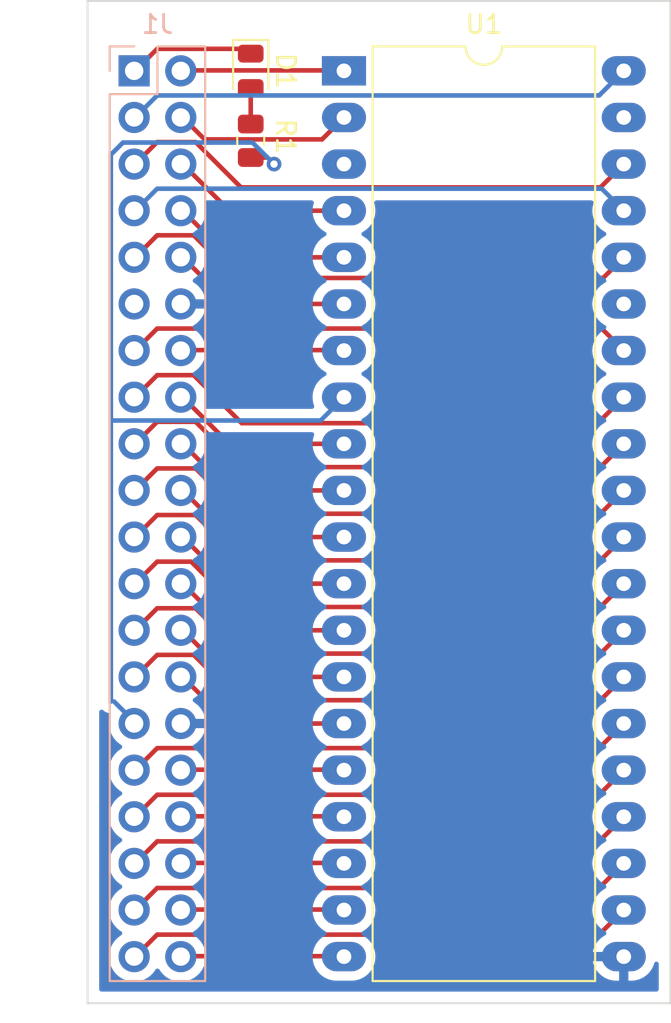
<source format=kicad_pcb>
(kicad_pcb (version 20211014) (generator pcbnew)
  (layers (0 "F.Cu" signal) (31 "B.Cu" signal) (34 "B.Paste" user) (35 "F.Paste" user) (36 "B.SilkS" user "B.Silkscreen") (37 "F.SilkS" user "F.Silkscreen") (38 "B.Mask" user) (39 "F.Mask" user) (44 "Edge.Cuts" user))
  (net 0 "")
  (net 1 "Net-(D1-Pad1)")
  (net 2 "Net-(D1-Pad2)")
  (net 3 "/VPB")
  (net 4 "/~{RESB}")
  (net 5 "/RDY")
  (net 6 "/~{SOB}")
  (net 7 "/~{IRQB}")
  (net 8 "/PHI2")
  (net 9 "/~{MLB}")
  (net 10 "/BE")
  (net 11 "/~{NMIB}")
  (net 12 "+5V")
  (net 13 "GND")
  (net 14 "/R~{WB}")
  (net 15 "/SYNC")
  (net 16 "/D0")
  (net 17 "/A0")
  (net 18 "/D1")
  (net 19 "/A1")
  (net 20 "/D2")
  (net 21 "/A2")
  (net 22 "/D3")
  (net 23 "/A3")
  (net 24 "/D4")
  (net 25 "/A4")
  (net 26 "/D5")
  (net 27 "/A5")
  (net 28 "/D6")
  (net 29 "/A6")
  (net 30 "+3V3")
  (net 31 "/D7")
  (net 32 "/A7")
  (net 33 "/A15")
  (net 34 "/A8")
  (net 35 "/A14")
  (net 36 "/A9")
  (net 37 "/A13")
  (net 38 "/A10")
  (net 39 "/A12")
  (net 40 "/A11")
  (footprint "Resistor_SMD:R_0805_2012Metric" (layer "F.Cu") (at 90.17 63.5 90)
    (fp_text reference "R1" (at 0.227064 1.905 270 unlocked) (layer "F.SilkS"))
    (fp_text value "100")
    (fp_line (start -0.227064 0.735) (end 0.227064 0.735) (layer "F.SilkS") (width 0.12))
    (fp_line (start -0.227064 -0.735) (end 0.227064 -0.735) (layer "F.SilkS") (width 0.12))
    (pad "1" smd roundrect (at -0.9125 0 90) (size 1.025 1.4) (layers "F.Cu" "F.Paste" "F.Mask") (roundrect_rratio 0.243902439) (net 30 "+3V3"))
    (pad "2" smd roundrect (at 0.9125 0 90) (size 1.025 1.4) (layers "F.Cu" "F.Paste" "F.Mask") (roundrect_rratio 0.243902439) (net 2 "Net-(D1-Pad2)"))
  )
  (footprint "Package_DIP:DIP-40_W15.24mm_LongPads" (layer "F.Cu") (at 95.25 59.69)
    (fp_text reference "U1" (at 7.62 -2.54) (layer "F.SilkS"))
    (fp_text value "W65C02S")
    (fp_line (start 13.68 49.59) (end 13.68 -1.33) (layer "F.SilkS") (width 0.12))
    (fp_line (start 13.68 -1.33) (end 8.62 -1.33) (layer "F.SilkS") (width 0.12))
    (fp_line (start 6.62 -1.33) (end 1.56 -1.33) (layer "F.SilkS") (width 0.12))
    (fp_line (start 1.56 -1.33) (end 1.56 49.59) (layer "F.SilkS") (width 0.12))
    (fp_line (start 1.56 49.59) (end 13.68 49.59) (layer "F.SilkS") (width 0.12))
    (fp_arc (start 8.62 -1.33) (mid 7.62 -0.33) (end 6.62 -1.33) (layer "F.SilkS") (width 0.12))
    (pad "1" thru_hole rect (at 0 0) (size 2.4 1.6) (drill 0.8) (layers *.Cu *.Mask) (net 3 "/VPB"))
    (pad "2" thru_hole oval (at 0 2.54) (size 2.4 1.6) (drill 0.8) (layers *.Cu *.Mask) (net 5 "/RDY"))
    (pad "3" thru_hole oval (at 0 5.08) (size 2.4 1.6) (drill 0.8) (layers *.Cu *.Mask))
    (pad "4" thru_hole oval (at 0 7.62) (size 2.4 1.6) (drill 0.8) (layers *.Cu *.Mask) (net 7 "/~{IRQB}"))
    (pad "5" thru_hole oval (at 0 10.16) (size 2.4 1.6) (drill 0.8) (layers *.Cu *.Mask) (net 9 "/~{MLB}"))
    (pad "6" thru_hole oval (at 0 12.7) (size 2.4 1.6) (drill 0.8) (layers *.Cu *.Mask) (net 11 "/~{NMIB}"))
    (pad "7" thru_hole oval (at 0 15.24) (size 2.4 1.6) (drill 0.8) (layers *.Cu *.Mask) (net 15 "/SYNC"))
    (pad "8" thru_hole oval (at 0 17.78) (size 2.4 1.6) (drill 0.8) (layers *.Cu *.Mask) (net 30 "+3V3"))
    (pad "9" thru_hole oval (at 0 20.32) (size 2.4 1.6) (drill 0.8) (layers *.Cu *.Mask) (net 17 "/A0"))
    (pad "10" thru_hole oval (at 0 22.86) (size 2.4 1.6) (drill 0.8) (layers *.Cu *.Mask) (net 19 "/A1"))
    (pad "11" thru_hole oval (at 0 25.4) (size 2.4 1.6) (drill 0.8) (layers *.Cu *.Mask) (net 21 "/A2"))
    (pad "12" thru_hole oval (at 0 27.94) (size 2.4 1.6) (drill 0.8) (layers *.Cu *.Mask) (net 23 "/A3"))
    (pad "13" thru_hole oval (at 0 30.48) (size 2.4 1.6) (drill 0.8) (layers *.Cu *.Mask) (net 25 "/A4"))
    (pad "14" thru_hole oval (at 0 33.02) (size 2.4 1.6) (drill 0.8) (layers *.Cu *.Mask) (net 27 "/A5"))
    (pad "15" thru_hole oval (at 0 35.56) (size 2.4 1.6) (drill 0.8) (layers *.Cu *.Mask) (net 29 "/A6"))
    (pad "16" thru_hole oval (at 0 38.1) (size 2.4 1.6) (drill 0.8) (layers *.Cu *.Mask) (net 32 "/A7"))
    (pad "17" thru_hole oval (at 0 40.64) (size 2.4 1.6) (drill 0.8) (layers *.Cu *.Mask) (net 34 "/A8"))
    (pad "18" thru_hole oval (at 0 43.18) (size 2.4 1.6) (drill 0.8) (layers *.Cu *.Mask) (net 36 "/A9"))
    (pad "19" thru_hole oval (at 0 45.72) (size 2.4 1.6) (drill 0.8) (layers *.Cu *.Mask) (net 38 "/A10"))
    (pad "20" thru_hole oval (at 0 48.26) (size 2.4 1.6) (drill 0.8) (layers *.Cu *.Mask) (net 40 "/A11"))
    (pad "21" thru_hole oval (at 15.24 48.26) (size 2.4 1.6) (drill 0.8) (layers *.Cu *.Mask) (net 13 "GND"))
    (pad "22" thru_hole oval (at 15.24 45.72) (size 2.4 1.6) (drill 0.8) (layers *.Cu *.Mask) (net 39 "/A12"))
    (pad "23" thru_hole oval (at 15.24 43.18) (size 2.4 1.6) (drill 0.8) (layers *.Cu *.Mask) (net 37 "/A13"))
    (pad "24" thru_hole oval (at 15.24 40.64) (size 2.4 1.6) (drill 0.8) (layers *.Cu *.Mask) (net 35 "/A14"))
    (pad "25" thru_hole oval (at 15.24 38.1) (size 2.4 1.6) (drill 0.8) (layers *.Cu *.Mask) (net 33 "/A15"))
    (pad "26" thru_hole oval (at 15.24 35.56) (size 2.4 1.6) (drill 0.8) (layers *.Cu *.Mask) (net 31 "/D7"))
    (pad "27" thru_hole oval (at 15.24 33.02) (size 2.4 1.6) (drill 0.8) (layers *.Cu *.Mask) (net 28 "/D6"))
    (pad "28" thru_hole oval (at 15.24 30.48) (size 2.4 1.6) (drill 0.8) (layers *.Cu *.Mask) (net 26 "/D5"))
    (pad "29" thru_hole oval (at 15.24 27.94) (size 2.4 1.6) (drill 0.8) (layers *.Cu *.Mask) (net 24 "/D4"))
    (pad "30" thru_hole oval (at 15.24 25.4) (size 2.4 1.6) (drill 0.8) (layers *.Cu *.Mask) (net 22 "/D3"))
    (pad "31" thru_hole oval (at 15.24 22.86) (size 2.4 1.6) (drill 0.8) (layers *.Cu *.Mask) (net 20 "/D2"))
    (pad "32" thru_hole oval (at 15.24 20.32) (size 2.4 1.6) (drill 0.8) (layers *.Cu *.Mask) (net 18 "/D1"))
    (pad "33" thru_hole oval (at 15.24 17.78) (size 2.4 1.6) (drill 0.8) (layers *.Cu *.Mask) (net 16 "/D0"))
    (pad "34" thru_hole oval (at 15.24 15.24) (size 2.4 1.6) (drill 0.8) (layers *.Cu *.Mask) (net 14 "/R~{WB}"))
    (pad "35" thru_hole oval (at 15.24 12.7) (size 2.4 1.6) (drill 0.8) (layers *.Cu *.Mask))
    (pad "36" thru_hole oval (at 15.24 10.16) (size 2.4 1.6) (drill 0.8) (layers *.Cu *.Mask) (net 10 "/BE"))
    (pad "37" thru_hole oval (at 15.24 7.62) (size 2.4 1.6) (drill 0.8) (layers *.Cu *.Mask) (net 8 "/PHI2"))
    (pad "38" thru_hole oval (at 15.24 5.08) (size 2.4 1.6) (drill 0.8) (layers *.Cu *.Mask) (net 6 "/~{SOB}"))
    (pad "39" thru_hole oval (at 15.24 2.54) (size 2.4 1.6) (drill 0.8) (layers *.Cu *.Mask))
    (pad "40" thru_hole oval (at 15.24 0) (size 2.4 1.6) (drill 0.8) (layers *.Cu *.Mask) (net 4 "/~{RESB}"))
  )
  (footprint "LED_SMD:LED_0805_2012Metric" (layer "F.Cu") (at 90.17 59.69 -90)
    (fp_text reference "D1" (at 0 -1.905 -90 unlocked) (layer "F.SilkS"))
    (fp_text value "LED")
    (fp_line (start -1.685 0.96) (end 1 0.96) (layer "F.SilkS") (width 0.12))
    (fp_line (start -1.685 -0.96) (end -1.685 0.96) (layer "F.SilkS") (width 0.12))
    (fp_line (start 1 -0.96) (end -1.685 -0.96) (layer "F.SilkS") (width 0.12))
    (pad "1" smd roundrect (at -0.9375 0 270) (size 0.975 1.4) (layers "F.Cu" "F.Paste" "F.Mask") (net 1 "Net-(D1-Pad1)"))
    (pad "2" smd roundrect (at 0.9375 0 270) (size 0.975 1.4) (layers "F.Cu" "F.Paste" "F.Mask") (net 2 "Net-(D1-Pad2)"))
  )
  (footprint "Connector_PinSocket_2.54mm:PinSocket_2x20_P2.54mm_Vertical" (layer "B.Cu") (at 83.82 59.69 180)
    (fp_text reference "J1" (at -1.27 2.54) (layer "B.SilkS") (effects (justify mirror)))
    (fp_text value "Conn_02x20_Odd_Even")
    (fp_line (start -3.87 -49.59) (end 1.33 -49.59) (layer "B.SilkS") (width 0.12))
    (fp_line (start -3.87 1.33) (end -1.27 1.33) (layer "B.SilkS") (width 0.12))
    (fp_line (start -3.87 1.33) (end -3.87 -49.59) (layer "B.SilkS") (width 0.12))
    (fp_line (start 1.33 -1.27) (end 1.33 -49.59) (layer "B.SilkS") (width 0.12))
    (fp_line (start 1.33 1.33) (end 1.33 0) (layer "B.SilkS") (width 0.12))
    (fp_line (start -1.27 -1.27) (end 1.33 -1.27) (layer "B.SilkS") (width 0.12))
    (fp_line (start -1.27 1.33) (end -1.27 -1.27) (layer "B.SilkS") (width 0.12))
    (fp_line (start 0 1.33) (end 1.33 1.33) (layer "B.SilkS") (width 0.12))
    (pad "1" thru_hole rect (at 0 0 180) (size 1.7 1.7) (drill 1) (layers *.Cu *.Mask) (net 1 "Net-(D1-Pad1)"))
    (pad "2" thru_hole oval (at -2.54 0 180) (size 1.7 1.7) (drill 1) (layers *.Cu *.Mask) (net 3 "/VPB"))
    (pad "3" thru_hole oval (at 0 -2.54 180) (size 1.7 1.7) (drill 1) (layers *.Cu *.Mask) (net 4 "/~{RESB}"))
    (pad "4" thru_hole oval (at -2.54 -2.54 180) (size 1.7 1.7) (drill 1) (layers *.Cu *.Mask) (net 5 "/RDY"))
    (pad "5" thru_hole oval (at 0 -5.08 180) (size 1.7 1.7) (drill 1) (layers *.Cu *.Mask) (net 6 "/~{SOB}"))
    (pad "6" thru_hole oval (at -2.54 -5.08 180) (size 1.7 1.7) (drill 1) (layers *.Cu *.Mask) (net 7 "/~{IRQB}"))
    (pad "7" thru_hole oval (at 0 -7.62 180) (size 1.7 1.7) (drill 1) (layers *.Cu *.Mask) (net 8 "/PHI2"))
    (pad "8" thru_hole oval (at -2.54 -7.62 180) (size 1.7 1.7) (drill 1) (layers *.Cu *.Mask) (net 9 "/~{MLB}"))
    (pad "9" thru_hole oval (at 0 -10.16 180) (size 1.7 1.7) (drill 1) (layers *.Cu *.Mask) (net 10 "/BE"))
    (pad "10" thru_hole oval (at -2.54 -10.16 180) (size 1.7 1.7) (drill 1) (layers *.Cu *.Mask) (net 11 "/~{NMIB}"))
    (pad "11" thru_hole oval (at 0 -12.7 180) (size 1.7 1.7) (drill 1) (layers *.Cu *.Mask) (net 12 "+5V"))
    (pad "12" thru_hole oval (at -2.54 -12.7 180) (size 1.7 1.7) (drill 1) (layers *.Cu *.Mask) (net 13 "GND"))
    (pad "13" thru_hole oval (at 0 -15.24 180) (size 1.7 1.7) (drill 1) (layers *.Cu *.Mask) (net 14 "/R~{WB}"))
    (pad "14" thru_hole oval (at -2.54 -15.24 180) (size 1.7 1.7) (drill 1) (layers *.Cu *.Mask) (net 15 "/SYNC"))
    (pad "15" thru_hole oval (at 0 -17.78 180) (size 1.7 1.7) (drill 1) (layers *.Cu *.Mask) (net 16 "/D0"))
    (pad "16" thru_hole oval (at -2.54 -17.78 180) (size 1.7 1.7) (drill 1) (layers *.Cu *.Mask) (net 17 "/A0"))
    (pad "17" thru_hole oval (at 0 -20.32 180) (size 1.7 1.7) (drill 1) (layers *.Cu *.Mask) (net 18 "/D1"))
    (pad "18" thru_hole oval (at -2.54 -20.32 180) (size 1.7 1.7) (drill 1) (layers *.Cu *.Mask) (net 19 "/A1"))
    (pad "19" thru_hole oval (at 0 -22.86 180) (size 1.7 1.7) (drill 1) (layers *.Cu *.Mask) (net 20 "/D2"))
    (pad "20" thru_hole oval (at -2.54 -22.86 180) (size 1.7 1.7) (drill 1) (layers *.Cu *.Mask) (net 21 "/A2"))
    (pad "21" thru_hole oval (at 0 -25.4 180) (size 1.7 1.7) (drill 1) (layers *.Cu *.Mask) (net 22 "/D3"))
    (pad "22" thru_hole oval (at -2.54 -25.4 180) (size 1.7 1.7) (drill 1) (layers *.Cu *.Mask) (net 23 "/A3"))
    (pad "23" thru_hole oval (at 0 -27.94 180) (size 1.7 1.7) (drill 1) (layers *.Cu *.Mask) (net 24 "/D4"))
    (pad "24" thru_hole oval (at -2.54 -27.94 180) (size 1.7 1.7) (drill 1) (layers *.Cu *.Mask) (net 25 "/A4"))
    (pad "25" thru_hole oval (at 0 -30.48 180) (size 1.7 1.7) (drill 1) (layers *.Cu *.Mask) (net 26 "/D5"))
    (pad "26" thru_hole oval (at -2.54 -30.48 180) (size 1.7 1.7) (drill 1) (layers *.Cu *.Mask) (net 27 "/A5"))
    (pad "27" thru_hole oval (at 0 -33.02 180) (size 1.7 1.7) (drill 1) (layers *.Cu *.Mask) (net 28 "/D6"))
    (pad "28" thru_hole oval (at -2.54 -33.02 180) (size 1.7 1.7) (drill 1) (layers *.Cu *.Mask) (net 29 "/A6"))
    (pad "29" thru_hole oval (at 0 -35.56 180) (size 1.7 1.7) (drill 1) (layers *.Cu *.Mask) (net 30 "+3V3"))
    (pad "30" thru_hole oval (at -2.54 -35.56 180) (size 1.7 1.7) (drill 1) (layers *.Cu *.Mask) (net 13 "GND"))
    (pad "31" thru_hole oval (at 0 -38.1 180) (size 1.7 1.7) (drill 1) (layers *.Cu *.Mask) (net 31 "/D7"))
    (pad "32" thru_hole oval (at -2.54 -38.1 180) (size 1.7 1.7) (drill 1) (layers *.Cu *.Mask) (net 32 "/A7"))
    (pad "33" thru_hole oval (at 0 -40.64 180) (size 1.7 1.7) (drill 1) (layers *.Cu *.Mask) (net 33 "/A15"))
    (pad "34" thru_hole oval (at -2.54 -40.64 180) (size 1.7 1.7) (drill 1) (layers *.Cu *.Mask) (net 34 "/A8"))
    (pad "35" thru_hole oval (at 0 -43.18 180) (size 1.7 1.7) (drill 1) (layers *.Cu *.Mask) (net 35 "/A14"))
    (pad "36" thru_hole oval (at -2.54 -43.18 180) (size 1.7 1.7) (drill 1) (layers *.Cu *.Mask) (net 36 "/A9"))
    (pad "37" thru_hole oval (at 0 -45.72 180) (size 1.7 1.7) (drill 1) (layers *.Cu *.Mask) (net 37 "/A13"))
    (pad "38" thru_hole oval (at -2.54 -45.72 180) (size 1.7 1.7) (drill 1) (layers *.Cu *.Mask) (net 38 "/A10"))
    (pad "39" thru_hole oval (at 0 -48.26 180) (size 1.7 1.7) (drill 1) (layers *.Cu *.Mask) (net 39 "/A12"))
    (pad "40" thru_hole oval (at -2.54 -48.26 180) (size 1.7 1.7) (drill 1) (layers *.Cu *.Mask) (net 40 "/A11"))
  )
  (gr_line (start 81.28 55.88) (end 113.03 55.88) (layer "Edge.Cuts") (width 0.1))
  (gr_line (start 113.03 55.88) (end 113.03 110.49) (layer "Edge.Cuts") (width 0.1))
  (gr_line (start 81.28 110.49) (end 81.28 55.88) (layer "Edge.Cuts") (width 0.1))
  (gr_line (start 113.03 110.49) (end 81.28 110.49) (layer "Edge.Cuts") (width 0.1))
  (segment (start 89.907989 58.490489) (end 90.17 58.7525) (width 0.25) (layer "F.Cu") (net 1))
  (segment (start 85.074511 58.490489) (end 89.907989 58.490489) (width 0.25) (layer "F.Cu") (net 1))
  (segment (start 83.9 59.665) (end 85.074511 58.490489) (width 0.25) (layer "F.Cu") (net 1))
  (segment (start 90.17 60.6275) (end 90.17 62.5875) (width 0.25) (layer "F.Cu") (net 2))
  (segment (start 86.44 59.665) (end 95.225 59.665) (width 0.25) (layer "F.Cu") (net 3))
  (segment (start 95.225 59.665) (end 95.25 59.69) (width 0.25) (layer "F.Cu") (net 3))
  (segment (start 85.074511 61.030489) (end 109.149511 61.030489) (width 0.25) (layer "B.Cu") (net 4))
  (segment (start 83.9 62.205) (end 85.074511 61.030489) (width 0.25) (layer "B.Cu") (net 4))
  (segment (start 109.149511 61.030489) (end 110.49 59.69) (width 0.25) (layer "B.Cu") (net 4))
  (segment (start 87.65952 63.42452) (end 94.05548 63.42452) (width 0.25) (layer "F.Cu") (net 5))
  (segment (start 86.44 62.205) (end 87.65952 63.42452) (width 0.25) (layer "F.Cu") (net 5))
  (segment (start 94.05548 63.42452) (end 95.25 62.23) (width 0.25) (layer "F.Cu") (net 5))
  (segment (start 85.074511 63.570489) (end 87.169771 63.570489) (width 0.25) (layer "F.Cu") (net 6))
  (segment (start 83.9 64.745) (end 85.074511 63.570489) (width 0.25) (layer "F.Cu") (net 6))
  (segment (start 109.22 66.04) (end 110.49 64.77) (width 0.25) (layer "F.Cu") (net 6))
  (segment (start 89.639282 66.04) (end 109.22 66.04) (width 0.25) (layer "F.Cu") (net 6))
  (segment (start 87.169771 63.570489) (end 89.639282 66.04) (width 0.25) (layer "F.Cu") (net 6))
  (segment (start 89.005 67.31) (end 95.25 67.31) (width 0.25) (layer "F.Cu") (net 7))
  (segment (start 86.44 64.745) (end 89.005 67.31) (width 0.25) (layer "F.Cu") (net 7))
  (segment (start 85.074511 66.110489) (end 109.290489 66.110489) (width 0.25) (layer "B.Cu") (net 8))
  (segment (start 83.9 67.285) (end 85.074511 66.110489) (width 0.25) (layer "B.Cu") (net 8))
  (segment (start 109.290489 66.110489) (end 110.49 67.31) (width 0.25) (layer "B.Cu") (net 8))
  (segment (start 86.44 67.285) (end 89.005 69.85) (width 0.25) (layer "F.Cu") (net 9))
  (segment (start 89.005 69.85) (end 95.25 69.85) (width 0.25) (layer "F.Cu") (net 9))
  (segment (start 89.38952 70.97452) (end 109.36548 70.97452) (width 0.25) (layer "F.Cu") (net 10))
  (segment (start 83.9 69.825) (end 85.074511 68.650489) (width 0.25) (layer "F.Cu") (net 10))
  (segment (start 85.074511 68.650489) (end 87.065489 68.650489) (width 0.25) (layer "F.Cu") (net 10))
  (segment (start 109.36548 70.97452) (end 110.49 69.85) (width 0.25) (layer "F.Cu") (net 10))
  (segment (start 87.065489 68.650489) (end 89.38952 70.97452) (width 0.25) (layer "F.Cu") (net 10))
  (segment (start 86.44 69.825) (end 89.005 72.39) (width 0.25) (layer "F.Cu") (net 11))
  (segment (start 89.005 72.39) (end 95.25 72.39) (width 0.25) (layer "F.Cu") (net 11))
  (segment (start 83.9 74.905) (end 85.074511 73.730489) (width 0.25) (layer "F.Cu") (net 14))
  (segment (start 85.074511 73.730489) (end 109.290489 73.730489) (width 0.25) (layer "F.Cu") (net 14))
  (segment (start 109.290489 73.730489) (end 110.49 74.93) (width 0.25) (layer "F.Cu") (net 14))
  (segment (start 86.44 74.905) (end 95.225 74.905) (width 0.25) (layer "F.Cu") (net 15))
  (segment (start 95.225 74.905) (end 95.25 74.93) (width 0.25) (layer "F.Cu") (net 15))
  (segment (start 83.9 77.445) (end 85.074511 76.270489) (width 0.25) (layer "F.Cu") (net 16))
  (segment (start 87.065489 76.270489) (end 89.68048 78.88548) (width 0.25) (layer "F.Cu") (net 16))
  (segment (start 109.07452 78.88548) (end 110.49 77.47) (width 0.25) (layer "F.Cu") (net 16))
  (segment (start 89.68048 78.88548) (end 109.07452 78.88548) (width 0.25) (layer "F.Cu") (net 16))
  (segment (start 85.074511 76.270489) (end 87.065489 76.270489) (width 0.25) (layer "F.Cu") (net 16))
  (segment (start 86.44 77.445) (end 89.005 80.01) (width 0.25) (layer "F.Cu") (net 17))
  (segment (start 89.005 80.01) (end 95.25 80.01) (width 0.25) (layer "F.Cu") (net 17))
  (segment (start 85.074511 78.810489) (end 87.169771 78.810489) (width 0.25) (layer "F.Cu") (net 18))
  (segment (start 83.9 79.985) (end 85.074511 78.810489) (width 0.25) (layer "F.Cu") (net 18))
  (segment (start 89.639282 81.28) (end 109.22 81.28) (width 0.25) (layer "F.Cu") (net 18))
  (segment (start 109.22 81.28) (end 110.49 80.01) (width 0.25) (layer "F.Cu") (net 18))
  (segment (start 87.169771 78.810489) (end 89.639282 81.28) (width 0.25) (layer "F.Cu") (net 18))
  (segment (start 89.005 82.55) (end 95.25 82.55) (width 0.25) (layer "F.Cu") (net 19))
  (segment (start 86.44 79.985) (end 89.005 82.55) (width 0.25) (layer "F.Cu") (net 19))
  (segment (start 89.639282 83.82) (end 109.22 83.82) (width 0.25) (layer "F.Cu") (net 20))
  (segment (start 87.169771 81.350489) (end 89.639282 83.82) (width 0.25) (layer "F.Cu") (net 20))
  (segment (start 85.074511 81.350489) (end 87.169771 81.350489) (width 0.25) (layer "F.Cu") (net 20))
  (segment (start 109.22 83.82) (end 110.49 82.55) (width 0.25) (layer "F.Cu") (net 20))
  (segment (start 83.9 82.525) (end 85.074511 81.350489) (width 0.25) (layer "F.Cu") (net 20))
  (segment (start 89.005 85.09) (end 95.25 85.09) (width 0.25) (layer "F.Cu") (net 21))
  (segment (start 86.44 82.525) (end 89.005 85.09) (width 0.25) (layer "F.Cu") (net 21))
  (segment (start 85.074511 83.890489) (end 87.169771 83.890489) (width 0.25) (layer "F.Cu") (net 22))
  (segment (start 87.169771 83.890489) (end 89.639282 86.36) (width 0.25) (layer "F.Cu") (net 22))
  (segment (start 89.639282 86.36) (end 109.22 86.36) (width 0.25) (layer "F.Cu") (net 22))
  (segment (start 109.22 86.36) (end 110.49 85.09) (width 0.25) (layer "F.Cu") (net 22))
  (segment (start 83.9 85.065) (end 85.074511 83.890489) (width 0.25) (layer "F.Cu") (net 22))
  (segment (start 86.44 85.065) (end 89.005 87.63) (width 0.25) (layer "F.Cu") (net 23))
  (segment (start 89.005 87.63) (end 95.25 87.63) (width 0.25) (layer "F.Cu") (net 23))
  (segment (start 83.9 87.605) (end 85.074511 86.430489) (width 0.25) (layer "F.Cu") (net 24))
  (segment (start 86.926499 86.430489) (end 89.39601 88.9) (width 0.25) (layer "F.Cu") (net 24))
  (segment (start 109.22 88.9) (end 110.49 87.63) (width 0.25) (layer "F.Cu") (net 24))
  (segment (start 85.074511 86.430489) (end 86.926499 86.430489) (width 0.25) (layer "F.Cu") (net 24))
  (segment (start 89.39601 88.9) (end 109.22 88.9) (width 0.25) (layer "F.Cu") (net 24))
  (segment (start 86.44 87.605) (end 89.005 90.17) (width 0.25) (layer "F.Cu") (net 25))
  (segment (start 89.005 90.17) (end 95.25 90.17) (width 0.25) (layer "F.Cu") (net 25))
  (segment (start 109.22 91.44) (end 110.49 90.17) (width 0.25) (layer "F.Cu") (net 26))
  (segment (start 85.074511 88.970489) (end 87.169771 88.970489) (width 0.25) (layer "F.Cu") (net 26))
  (segment (start 87.169771 88.970489) (end 89.639282 91.44) (width 0.25) (layer "F.Cu") (net 26))
  (segment (start 89.639282 91.44) (end 109.22 91.44) (width 0.25) (layer "F.Cu") (net 26))
  (segment (start 83.9 90.145) (end 85.074511 88.970489) (width 0.25) (layer "F.Cu") (net 26))
  (segment (start 89.005 92.71) (end 95.25 92.71) (width 0.25) (layer "F.Cu") (net 27))
  (segment (start 86.44 90.145) (end 89.005 92.71) (width 0.25) (layer "F.Cu") (net 27))
  (segment (start 83.9 92.685) (end 85.074511 91.510489) (width 0.25) (layer "F.Cu") (net 28))
  (segment (start 87.065489 91.510489) (end 89.535 93.98) (width 0.25) (layer "F.Cu") (net 28))
  (segment (start 89.535 93.98) (end 109.22 93.98) (width 0.25) (layer "F.Cu") (net 28))
  (segment (start 109.22 93.98) (end 110.49 92.71) (width 0.25) (layer "F.Cu") (net 28))
  (segment (start 85.074511 91.510489) (end 87.065489 91.510489) (width 0.25) (layer "F.Cu") (net 28))
  (segment (start 89.005 95.25) (end 95.25 95.25) (width 0.25) (layer "F.Cu") (net 29))
  (segment (start 86.44 92.685) (end 89.005 95.25) (width 0.25) (layer "F.Cu") (net 29))
  (segment (start 90.17 64.4125) (end 91.0825 64.4125) (width 0.25) (layer "F.Cu") (net 30))
  (segment (start 91.0825 64.4125) (end 91.44 64.77) (width 0.25) (layer "F.Cu") (net 30))
  (via (at 91.44 64.77) (size 0.8) (drill 0.4) (layers "F.Cu" "B.Cu") (net 30))
  (segment (start 93.98 78.74) (end 83.82 78.74) (width 0.25) (layer "B.Cu") (net 30))
  (segment (start 95.25 77.47) (end 93.98 78.74) (width 0.25) (layer "B.Cu") (net 30))
  (segment (start 90.265489 63.595489) (end 91.44 64.77) (width 0.25) (layer "B.Cu") (net 30))
  (segment (start 82.55 64.258501) (end 82.55 94.050489) (width 0.25) (layer "B.Cu") (net 30))
  (segment (start 83.213012 63.595489) (end 90.265489 63.595489) (width 0.25) (layer "B.Cu") (net 30))
  (segment (start 83.82 78.74) (end 82.55 78.74) (width 0.25) (layer "B.Cu") (net 30))
  (segment (start 82.725489 94.050489) (end 83.9 95.225) (width 0.25) (layer "B.Cu") (net 30))
  (segment (start 82.55 64.258501) (end 83.213012 63.595489) (width 0.25) (layer "B.Cu") (net 30))
  (segment (start 85.074511 96.590489) (end 109.149511 96.590489) (width 0.25) (layer "F.Cu") (net 31))
  (segment (start 109.149511 96.590489) (end 110.49 95.25) (width 0.25) (layer "F.Cu") (net 31))
  (segment (start 83.9 97.765) (end 85.074511 96.590489) (width 0.25) (layer "F.Cu") (net 31))
  (segment (start 86.44 97.765) (end 95.225 97.765) (width 0.25) (layer "F.Cu") (net 32))
  (segment (start 95.225 97.765) (end 95.25 97.79) (width 0.25) (layer "F.Cu") (net 32))
  (segment (start 85.074511 99.130489) (end 109.149511 99.130489) (width 0.25) (layer "F.Cu") (net 33))
  (segment (start 83.9 100.305) (end 85.074511 99.130489) (width 0.25) (layer "F.Cu") (net 33))
  (segment (start 109.149511 99.130489) (end 110.49 97.79) (width 0.25) (layer "F.Cu") (net 33))
  (segment (start 95.225 100.305) (end 95.25 100.33) (width 0.25) (layer "F.Cu") (net 34))
  (segment (start 86.44 100.305) (end 95.225 100.305) (width 0.25) (layer "F.Cu") (net 34))
  (segment (start 85.074511 101.670489) (end 109.149511 101.670489) (width 0.25) (layer "F.Cu") (net 35))
  (segment (start 83.9 102.845) (end 85.074511 101.670489) (width 0.25) (layer "F.Cu") (net 35))
  (segment (start 109.149511 101.670489) (end 110.49 100.33) (width 0.25) (layer "F.Cu") (net 35))
  (segment (start 95.225 102.845) (end 95.25 102.87) (width 0.25) (layer "F.Cu") (net 36))
  (segment (start 86.44 102.845) (end 95.225 102.845) (width 0.25) (layer "F.Cu") (net 36))
  (segment (start 109.149511 104.210489) (end 110.49 102.87) (width 0.25) (layer "F.Cu") (net 37))
  (segment (start 83.9 105.385) (end 85.074511 104.210489) (width 0.25) (layer "F.Cu") (net 37))
  (segment (start 85.074511 104.210489) (end 109.149511 104.210489) (width 0.25) (layer "F.Cu") (net 37))
  (segment (start 95.225 105.385) (end 95.25 105.41) (width 0.25) (layer "F.Cu") (net 38))
  (segment (start 86.44 105.385) (end 95.225 105.385) (width 0.25) (layer "F.Cu") (net 38))
  (segment (start 85.074511 106.750489) (end 109.149511 106.750489) (width 0.25) (layer "F.Cu") (net 39))
  (segment (start 83.9 107.925) (end 85.074511 106.750489) (width 0.25) (layer "F.Cu") (net 39))
  (segment (start 109.149511 106.750489) (end 110.49 105.41) (width 0.25) (layer "F.Cu") (net 39))
  (segment (start 95.225 107.925) (end 95.25 107.95) (width 0.25) (layer "F.Cu") (net 40))
  (segment (start 86.44 107.925) (end 95.225 107.925) (width 0.25) (layer "F.Cu") (net 40))
  (zone (net 13) (net_name "GND") (layer "B.Cu") (connect_pads (clearance 0.508)) (min_thickness 0.254) (fill yes (thermal_gap 0.508) (thermal_bridge_width 0.508))
    (polygon (pts (xy 112.395 109.855) (xy 81.915 109.855) (xy 81.915 57.785) (xy 112.395 57.785)))
  )
)
</source>
